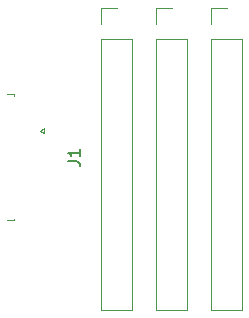
<source format=gbr>
%TF.GenerationSoftware,KiCad,Pcbnew,5.1.6*%
%TF.CreationDate,2020-07-17T22:30:16+02:00*%
%TF.ProjectId,FPC10_Adapterboard,46504331-305f-4416-9461-70746572626f,rev?*%
%TF.SameCoordinates,Original*%
%TF.FileFunction,Legend,Top*%
%TF.FilePolarity,Positive*%
%FSLAX46Y46*%
G04 Gerber Fmt 4.6, Leading zero omitted, Abs format (unit mm)*
G04 Created by KiCad (PCBNEW 5.1.6) date 2020-07-17 22:30:16*
%MOMM*%
%LPD*%
G01*
G04 APERTURE LIST*
%ADD10C,0.120000*%
%ADD11C,0.150000*%
G04 APERTURE END LIST*
D10*
%TO.C,J1*%
X119391000Y-86359000D02*
X119391000Y-85959000D01*
X118991000Y-86159000D02*
X119391000Y-86359000D01*
X119391000Y-85959000D02*
X118991000Y-86159000D01*
X116801000Y-93734000D02*
X116201000Y-93734000D01*
X116801000Y-93624000D02*
X116801000Y-93734000D01*
X116801000Y-83084000D02*
X116201000Y-83084000D01*
X116801000Y-83194000D02*
X116801000Y-83084000D01*
%TO.C,J2*%
X124193001Y-75806001D02*
X125523001Y-75806001D01*
X124193001Y-77136001D02*
X124193001Y-75806001D01*
X124193001Y-78406001D02*
X126853001Y-78406001D01*
X126853001Y-78406001D02*
X126853001Y-101326001D01*
X124193001Y-78406001D02*
X124193001Y-101326001D01*
X124193001Y-101326001D02*
X126853001Y-101326001D01*
%TO.C,J3*%
X128843001Y-101326001D02*
X131503001Y-101326001D01*
X128843001Y-78406001D02*
X128843001Y-101326001D01*
X131503001Y-78406001D02*
X131503001Y-101326001D01*
X128843001Y-78406001D02*
X131503001Y-78406001D01*
X128843001Y-77136001D02*
X128843001Y-75806001D01*
X128843001Y-75806001D02*
X130173001Y-75806001D01*
%TO.C,J4*%
X133493001Y-75806001D02*
X134823001Y-75806001D01*
X133493001Y-77136001D02*
X133493001Y-75806001D01*
X133493001Y-78406001D02*
X136153001Y-78406001D01*
X136153001Y-78406001D02*
X136153001Y-101326001D01*
X133493001Y-78406001D02*
X133493001Y-101326001D01*
X133493001Y-101326001D02*
X136153001Y-101326001D01*
%TO.C,J1*%
D11*
X121393380Y-88742333D02*
X122107666Y-88742333D01*
X122250523Y-88789952D01*
X122345761Y-88885190D01*
X122393380Y-89028047D01*
X122393380Y-89123285D01*
X122393380Y-87742333D02*
X122393380Y-88313761D01*
X122393380Y-88028047D02*
X121393380Y-88028047D01*
X121536238Y-88123285D01*
X121631476Y-88218523D01*
X121679095Y-88313761D01*
%TD*%
M02*

</source>
